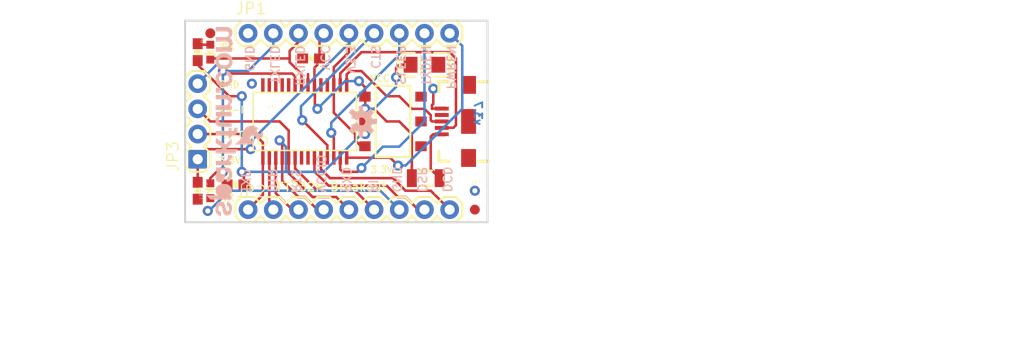
<source format=kicad_pcb>
(kicad_pcb (version 20211014) (generator pcbnew)
  (layers (0 "F.Cu" signal) (31 "B.Cu" signal) (34 "B.Paste" user) (35 "F.Paste" user) (36 "B.SilkS" user "B.Silkscreen") (37 "F.SilkS" user "F.Silkscreen") (38 "B.Mask" user) (39 "F.Mask" user) (44 "Edge.Cuts" user))
  (net 0 "")
  (net 1 "GND")
  (net 2 "USB_D-")
  (net 3 "USB_D+")
  (net 4 "VCC")
  (net 5 "TXD")
  (net 6 "RXD")
  (net 7 "RTS")
  (net 8 "CTS")
  (net 9 "DTR")
  (net 10 "DSR")
  (net 11 "DCD")
  (net 12 "RI")
  (net 13 "VCCIO")
  (net 14 "3.3V")
  (net 15 "TXLED")
  (net 16 "RXLED")
  (net 17 "PWREN")
  (net 18 "TXDEN")
  (net 19 "SLEEP")
  (net 20 "N$1")
  (net 21 "N$2")
  (net 22 "N$3")
  (footprint "boardEagle:FIDUCIAL-1X2" (layer "F.Cu") (at 162.4711 113.8936)
    (fp_text reference "JP5" hide)
    (fp_text value "FIDUCIAL1X2" hide)
    (pad "1" smd roundrect (at 0 0) (size 1 1) (layers "F.Cu" "F.Mask") (roundrect_rratio 0.5))
  )
  (footprint "boardEagle:FIDUCIAL-1X2" (layer "F.Cu") (at 135.8011 96.1136)
    (fp_text reference "JP6" hide)
    (fp_text value "FIDUCIAL1X2" hide)
    (pad "1" smd roundrect (at 0 0) (size 1 1) (layers "F.Cu" "F.Mask") (roundrect_rratio 0.5))
  )
  (footprint "boardEagle:1X09" (layer "F.Cu") (at 139.6111 96.1136)
    (fp_text reference "JP1" (at -1.3462 -1.8288) (layer "F.SilkS") (effects (font (size 1.143 1.143) (thickness 0.127)) (justify left bottom)))
    (fp_text value "")
    (pad "1" thru_hole circle (at 0 0 90) (size 1.8796 1.8796) (drill 1.016) (layers *.Cu *.Mask) (net 1 "GND"))
    (pad "2" thru_hole circle (at 2.54 0 90) (size 1.8796 1.8796) (drill 1.016) (layers *.Cu *.Mask) (net 15 "TXLED"))
    (pad "3" thru_hole circle (at 5.08 0 90) (size 1.8796 1.8796) (drill 1.016) (layers *.Cu *.Mask) (net 16 "RXLED"))
    (pad "4" thru_hole circle (at 7.62 0 90) (size 1.8796 1.8796) (drill 1.016) (layers *.Cu *.Mask) (net 4 "VCC"))
    (pad "5" thru_hole circle (at 10.16 0 90) (size 1.8796 1.8796) (drill 1.016) (layers *.Cu *.Mask) (net 14 "3.3V"))
    (pad "6" thru_hole circle (at 12.7 0 90) (size 1.8796 1.8796) (drill 1.016) (layers *.Cu *.Mask) (net 8 "CTS"))
    (pad "7" thru_hole circle (at 15.24 0 90) (size 1.8796 1.8796) (drill 1.016) (layers *.Cu *.Mask) (net 19 "SLEEP"))
    (pad "8" thru_hole circle (at 17.78 0 90) (size 1.8796 1.8796) (drill 1.016) (layers *.Cu *.Mask) (net 18 "TXDEN"))
    (pad "9" thru_hole circle (at 20.32 0 90) (size 1.8796 1.8796) (drill 1.016) (layers *.Cu *.Mask) (net 17 "PWREN"))
  )
  (footprint "boardEagle:0603-CAP" (layer "F.Cu") (at 134.5311 111.9886 -90)
    (fp_text reference "C1" (at -0.889 -0.762 90) (layer "F.SilkS") (effects (font (size 0.376489 0.376489) (thickness 0.029911)) (justify right)))
    (fp_text value "0.1uF")
    (pad "1" smd rect (at -0.85 0 270) (size 1.1 1) (layers "F.Cu" "F.Paste" "F.Mask") (net 14 "3.3V"))
    (pad "2" smd rect (at 0.85 0 270) (size 1.1 1) (layers "F.Cu" "F.Paste" "F.Mask") (net 1 "GND"))
  )
  (footprint "boardEagle:REVISION" (layer "F.Cu") (at 145.9611 127.8636)
    (fp_text reference "U$1" hide)
    (fp_text value "REVISION" hide)
  )
  (footprint "boardEagle:1X09" (layer "F.Cu") (at 139.6111 113.8936)
    (fp_text reference "JP2" (at -1.3462 -1.8288) (layer "F.SilkS") (effects (font (size 1.1557 1.1557) (thickness 0.1143)) (justify left)))
    (fp_text value "")
    (pad "1" thru_hole circle (at 0 0 90) (size 1.8796 1.8796) (drill 1.016) (layers *.Cu *.Mask) (net 5 "TXD"))
    (pad "2" thru_hole circle (at 2.54 0 90) (size 1.8796 1.8796) (drill 1.016) (layers *.Cu *.Mask) (net 9 "DTR"))
    (pad "3" thru_hole circle (at 5.08 0 90) (size 1.8796 1.8796) (drill 1.016) (layers *.Cu *.Mask) (net 7 "RTS"))
    (pad "4" thru_hole circle (at 7.62 0 90) (size 1.8796 1.8796) (drill 1.016) (layers *.Cu *.Mask) (net 13 "VCCIO"))
    (pad "5" thru_hole circle (at 10.16 0 90) (size 1.8796 1.8796) (drill 1.016) (layers *.Cu *.Mask) (net 6 "RXD"))
    (pad "6" thru_hole circle (at 12.7 0 90) (size 1.8796 1.8796) (drill 1.016) (layers *.Cu *.Mask) (net 12 "RI"))
    (pad "7" thru_hole circle (at 15.24 0 90) (size 1.8796 1.8796) (drill 1.016) (layers *.Cu *.Mask) (net 1 "GND"))
    (pad "8" thru_hole circle (at 17.78 0 90) (size 1.8796 1.8796) (drill 1.016) (layers *.Cu *.Mask) (net 10 "DSR"))
    (pad "9" thru_hole circle (at 20.32 0 90) (size 1.8796 1.8796) (drill 1.016) (layers *.Cu *.Mask) (net 11 "DCD"))
  )
  (footprint "boardEagle:USB-B-MICRO-SMD_V03" (layer "F.Cu") (at 161.8361 105.0036 180)
    (fp_text reference "JP7" (at -1.27 -5.969 180) (layer "F.SilkS") (effects (font (size 0.373888 0.373888) (thickness 0.032512)) (justify right top)))
    (fp_text value "USB_MICROB_PLUGCONN-11752")
    (fp_poly (pts (xy -0.75 1.25) (xy 0.75 1.25) (xy 0.75 -1.25) (xy -0.75 -1.25)) (layer "F.Cu") (width 0) (fill solid))
    (fp_poly (pts (xy -0.75 -2.784) (xy 0.75 -2.784) (xy 0.75 -4.584) (xy -0.75 -4.584)) (layer "F.Cu") (width 0) (fill solid))
    (fp_poly (pts (xy -0.75 4.584) (xy 0.75 4.584) (xy 0.75 2.784) (xy -0.75 2.784)) (layer "F.Cu") (width 0) (fill solid))
    (pad "" np_thru_hole circle (at 2.2 1.9 180) (size 0.85 0.85) (drill 0.85) (layers *.Cu *.Mask))
    (pad "" np_thru_hole circle (at 2.2 -1.9 180) (size 0.85 0.85) (drill 0.85) (layers *.Cu *.Mask))
    (pad "D+1" smd rect (at 2.7 0 270) (size 0.4 1.4) (layers "F.Cu" "F.Paste" "F.Mask") (net 3 "USB_D+"))
    (pad "D-1" smd rect (at 2.7 -0.65 270) (size 0.4 1.4) (layers "F.Cu" "F.Paste" "F.Mask") (net 2 "USB_D-"))
    (pad "GND1" smd rect (at 2.7 1.3 270) (size 0.4 1.4) (layers "F.Cu" "F.Paste" "F.Mask") (net 1 "GND"))
    (pad "ID1" smd rect (at 2.7 0.65 270) (size 0.4 1.4) (layers "F.Cu" "F.Paste" "F.Mask"))
    (pad "VBUS1" smd rect (at 2.7 -1.3 270) (size 0.4 1.4) (layers "F.Cu" "F.Paste" "F.Mask") (net 22 "N$3"))
  )
  (footprint "boardEagle:0603-RES" (layer "F.Cu") (at 138.3411 111.3536)
    (fp_text reference "R1" (at -0.889 -0.762) (layer "F.SilkS") (effects (font (size 0.373888 0.373888) (thickness 0.032512)) (justify left bottom)))
    (fp_text value "330")
    (pad "1" smd rect (at -0.85 0) (size 1.1 1) (layers "F.Cu" "F.Paste" "F.Mask") (net 20 "N$1"))
    (pad "2" smd rect (at 0.85 0) (size 1.1 1) (layers "F.Cu" "F.Paste" "F.Mask") (net 13 "VCCIO"))
  )
  (footprint "boardEagle:PTC-1206" (layer "F.Cu") (at 157.5181 110.7186 180)
    (fp_text reference "F1" (at -1.524 -1.27 180) (layer "F.SilkS") (effects (font (size 0.373888 0.373888) (thickness 0.032512)) (justify right top)))
    (fp_text value "500mA")
    (pad "1" smd rect (at -1.4 0 180) (size 1 1.8) (layers "F.Cu" "F.Paste" "F.Mask") (net 22 "N$3"))
    (pad "2" smd rect (at 1.4 0 180) (size 1 1.8) (layers "F.Cu" "F.Paste" "F.Mask") (net 4 "VCC"))
  )
  (footprint "boardEagle:AYZ0202" (layer "F.Cu") (at 154.2161 105.0036 90)
    (fp_text reference "S1" (at -2.54 -1.143 90) (layer "F.SilkS") (effects (font (size 0.373888 0.373888) (thickness 0.032512)) (justify left bottom)))
    (fp_text value "")
    (pad "" np_thru_hole circle (at 1.5 0 90) (size 0.85 0.85) (drill 0.85) (layers *.Cu *.Mask))
    (pad "" np_thru_hole circle (at -1.5 0 90) (size 0.85 0.85) (drill 0.85) (layers *.Cu *.Mask))
    (pad "1" smd rect (at -2.5 -2.825 90) (size 1 1.15) (layers "F.Cu" "F.Paste" "F.Mask") (net 14 "3.3V"))
    (pad "2" smd rect (at 0 -2.825 90) (size 1 1.15) (layers "F.Cu" "F.Paste" "F.Mask") (net 13 "VCCIO"))
    (pad "3" smd rect (at 2.5 -2.825 90) (size 1 1.15) (layers "F.Cu" "F.Paste" "F.Mask") (net 4 "VCC"))
    (pad "4" smd rect (at -2.5 2.825 90) (size 1 1.15) (layers "F.Cu" "F.Paste" "F.Mask"))
    (pad "5" smd rect (at 0 2.825 90) (size 1 1.15) (layers "F.Cu" "F.Paste" "F.Mask"))
    (pad "6" smd rect (at 2.5 2.825 90) (size 1 1.15) (layers "F.Cu" "F.Paste" "F.Mask"))
  )
  (footprint "boardEagle:EIA3216" (layer "F.Cu") (at 157.3911 99.2886 180)
    (fp_text reference "C5" (at -2.54 -1.381) (layer "F.SilkS") (effects (font (size 0.376489 0.376489) (thickness 0.029911)) (justify right)))
    (fp_text value "10uF")
    (pad "A" smd rect (at 1.4 0 270) (size 1.6 1.4) (layers "F.Cu" "F.Paste" "F.Mask") (net 4 "VCC"))
    (pad "C" smd rect (at -1.4 0 270) (size 1.6 1.4) (layers "F.Cu" "F.Paste" "F.Mask") (net 1 "GND"))
  )
  (footprint "boardEagle:LED-0603" (layer "F.Cu") (at 135.8011 98.0186 180)
    (fp_text reference "LED2" (at -0.6985 0.889 270) (layer "F.SilkS") (effects (font (size 0.373888 0.373888) (thickness 0.032512)) (justify right top)))
    (fp_text value "Green")
    (pad "A" smd rect (at 0 0.75 180) (size 0.8 0.8) (layers "F.Cu" "F.Paste" "F.Mask") (net 21 "N$2"))
    (pad "C" smd rect (at 0 -0.75 180) (size 0.8 0.8) (layers "F.Cu" "F.Paste" "F.Mask") (net 16 "RXLED"))
  )
  (footprint "boardEagle:LED-0603" (layer "F.Cu") (at 135.8011 111.9886)
    (fp_text reference "LED1" (at -0.6985 0.889 90) (layer "F.SilkS") (effects (font (size 0.373888 0.373888) (thickness 0.032512)) (justify left bottom)))
    (fp_text value "Red")
    (pad "A" smd rect (at 0 0.75) (size 0.8 0.8) (layers "F.Cu" "F.Paste" "F.Mask") (net 20 "N$1"))
    (pad "C" smd rect (at 0 -0.75) (size 0.8 0.8) (layers "F.Cu" "F.Paste" "F.Mask") (net 15 "TXLED"))
  )
  (footprint "boardEagle:0603-RES" (layer "F.Cu") (at 134.5311 98.0186 -90)
    (fp_text reference "R2" (at -0.889 -0.762 -90) (layer "F.SilkS") (effects (font (size 0.373888 0.373888) (thickness 0.032512)) (justify left bottom)))
    (fp_text value "330")
    (pad "1" smd rect (at -0.85 0 270) (size 1.1 1) (layers "F.Cu" "F.Paste" "F.Mask") (net 21 "N$2"))
    (pad "2" smd rect (at 0.85 0 270) (size 1.1 1) (layers "F.Cu" "F.Paste" "F.Mask") (net 13 "VCCIO"))
  )
  (footprint "boardEagle:0603-CAP" (layer "F.Cu") (at 145.9611 98.6536 180)
    (fp_text reference "C2" (at -0.889 -0.762) (layer "F.SilkS") (effects (font (size 0.376489 0.376489) (thickness 0.029911)) (justify right)))
    (fp_text value "0.1uF")
    (pad "1" smd rect (at -0.85 0 180) (size 1.1 1) (layers "F.Cu" "F.Paste" "F.Mask") (net 4 "VCC"))
    (pad "2" smd rect (at 0.85 0 180) (size 1.1 1) (layers "F.Cu" "F.Paste" "F.Mask") (net 1 "GND"))
  )
  (footprint "boardEagle:SSOP28DB" (layer "F.Cu") (at 145.3261 105.0036)
    (fp_text reference "U1" (at -3.81 -1.27) (layer "F.SilkS") (effects (font (size 0.373888 0.373888) (thickness 0.032512)) (justify left bottom)))
    (fp_text value "FT232R")
    (pad "1" smd rect (at -4.225 3.656) (size 0.348 1.397) (layers "F.Cu" "F.Paste" "F.Mask") (net 5 "TXD"))
    (pad "2" smd rect (at -3.575 3.656) (size 0.348 1.397) (layers "F.Cu" "F.Paste" "F.Mask") (net 9 "DTR"))
    (pad "3" smd rect (at -2.925 3.656) (size 0.348 1.397) (layers "F.Cu" "F.Paste" "F.Mask") (net 7 "RTS"))
    (pad "4" smd rect (at -2.275 3.656) (size 0.348 1.397) (layers "F.Cu" "F.Paste" "F.Mask") (net 13 "VCCIO"))
    (pad "5" smd rect (at -1.625 3.656) (size 0.348 1.397) (layers "F.Cu" "F.Paste" "F.Mask") (net 6 "RXD"))
    (pad "6" smd rect (at -0.975 3.656) (size 0.348 1.397) (layers "F.Cu" "F.Paste" "F.Mask") (net 12 "RI"))
    (pad "7" smd rect (at -0.325 3.656) (size 0.348 1.397) (layers "F.Cu" "F.Paste" "F.Mask") (net 1 "GND"))
    (pad "8" smd rect (at 0.325 3.656) (size 0.348 1.397) (layers "F.Cu" "F.Paste" "F.Mask"))
    (pad "9" smd rect (at 0.975 3.656) (size 0.348 1.397) (layers "F.Cu" "F.Paste" "F.Mask") (net 10 "DSR"))
    (pad "10" smd rect (at 1.625 3.656) (size 0.348 1.397) (layers "F.Cu" "F.Paste" "F.Mask") (net 11 "DCD"))
    (pad "11" smd rect (at 2.275 3.656) (size 0.348 1.397) (layers "F.Cu" "F.Paste" "F.Mask") (net 8 "CTS"))
    (pad "12" smd rect (at 2.925 3.656) (size 0.348 1.397) (layers "F.Cu" "F.Paste" "F.Mask") (net 19 "SLEEP"))
    (pad "13" smd rect (at 3.575 3.656) (size 0.348 1.397) (layers "F.Cu" "F.Paste" "F.Mask") (net 18 "TXDEN"))
    (pad "14" smd rect (at 4.225 3.656) (size 0.348 1.397) (layers "F.Cu" "F.Paste" "F.Mask") (net 17 "PWREN"))
    (pad "15" smd rect (at 4.225 -3.656) (size 0.348 1.397) (layers "F.Cu" "F.Paste" "F.Mask") (net 3 "USB_D+"))
    (pad "16" smd rect (at 3.575 -3.656) (size 0.348 1.397) (layers "F.Cu" "F.Paste" "F.Mask") (net 2 "USB_D-"))
    (pad "17" smd rect (at 2.925 -3.656) (size 0.348 1.397) (layers "F.Cu" "F.Paste" "F.Mask") (net 14 "3.3V"))
    (pad "18" smd rect (at 2.275 -3.656) (size 0.348 1.397) (layers "F.Cu" "F.Paste" "F.Mask") (net 1 "GND"))
    (pad "19" smd rect (at 1.625 -3.656) (size 0.348 1.397) (layers "F.Cu" "F.Paste" "F.Mask"))
    (pad "20" smd rect (at 0.975 -3.656) (size 0.348 1.397) (layers "F.Cu" "F.Paste" "F.Mask") (net 4 "VCC"))
    (pad "21" smd rect (at 0.325 -3.656) (size 0.348 1.397) (layers "F.Cu" "F.Paste" "F.Mask") (net 1 "GND"))
    (pad "22" smd rect (at -0.325 -3.656) (size 0.348 1.397) (layers "F.Cu" "F.Paste" "F.Mask") (net 16 "RXLED"))
    (pad "23" smd rect (at -0.975 -3.656) (size 0.348 1.397) (layers "F.Cu" "F.Paste" "F.Mask") (net 15 "TXLED"))
    (pad "24" smd rect (at -1.625 -3.656) (size 0.348 1.397) (layers "F.Cu" "F.Paste" "F.Mask"))
    (pad "25" smd rect (at -2.275 -3.656) (size 0.348 1.397) (layers "F.Cu" "F.Paste" "F.Mask") (net 1 "GND"))
    (pad "26" smd rect (at -2.925 -3.656) (size 0.348 1.397) (layers "F.Cu" "F.Paste" "F.Mask") (net 1 "GND"))
    (pad "27" smd rect (at -3.575 -3.656) (size 0.348 1.397) (layers "F.Cu" "F.Paste" "F.Mask"))
    (pad "28" smd rect (at -4.225 -3.656) (size 0.348 1.397) (layers "F.Cu" "F.Paste" "F.Mask"))
  )
  (footprint "boardEagle:CREATIVE_COMMONS" (layer "F.Cu") (at 134.922156 125.3236)
    (fp_text reference "FRAME1" hide)
    (fp_text value "FRAME-LETTER" hide)
  )
  (footprint "boardEagle:1X04" (layer "F.Cu") (at 134.5311 108.8136 90)
    (fp_text reference "JP3" (at -1.3462 -1.8288 90) (layer "F.SilkS") (effects (font (size 1.143 1.143) (thickness 0.127)) (justify left bottom)))
    (fp_text value "")
    (pad "1" thru_hole rect (at 0 0 180) (size 1.8796 1.8796) (drill 1.016) (layers *.Cu *.Mask) (net 14 "3.3V"))
    (pad "2" thru_hole circle (at 2.54 0 180) (size 1.8796 1.8796) (drill 1.016) (layers *.Cu *.Mask) (net 5 "TXD"))
    (pad "3" thru_hole circle (at 5.08 0 180) (size 1.8796 1.8796) (drill 1.016) (layers *.Cu *.Mask) (net 6 "RXD"))
    (pad "4" thru_hole circle (at 7.62 0 180) (size 1.8796 1.8796) (drill 1.016) (layers *.Cu *.Mask) (net 1 "GND"))
  )
  (footprint "boardEagle:SFE-NEW-WEBLOGO" (layer "B.Cu") (at 135.4201 114.5286 90)
    (fp_text reference "U$2" hide)
    (fp_text value "LOGO-SFENEW" hide)
  )
  (footprint "boardEagle:OSHW-LOGO-S" (layer "B.Cu") (at 151.0411 105.0036 90)
    (fp_text reference "LOGO1" hide)
    (fp_text value "OSHW-LOGOS" hide)
  )
  (gr_line (start 163.7411 115.1636) (end 133.2611 115.1636) (layer "Edge.Cuts") (width 0.2032))
  (gr_line (start 133.2611 115.1636) (end 133.2611 94.8436) (layer "Edge.Cuts") (width 0.2032))
  (gr_line (start 133.2611 94.8436) (end 163.7411 94.8436) (layer "Edge.Cuts") (width 0.2032))
  (gr_line (start 163.7411 94.8436) (end 163.7411 115.1636) (layer "Edge.Cuts") (width 0.2032))
  (gr_text "v3.7" (at 163.2331 102.8446 -90) (layer "B.Cu") (effects (font (size 0.762 0.762) (thickness 0.254)) (justify right top mirror)))
  (gr_text "GND" (at 154.0891 112.2426 -90) (layer "B.SilkS") (effects (font (size 0.8636 0.8636) (thickness 0.1524)) (justify left bottom mirror)))
  (gr_text "DTR" (at 141.5161 112.2426 -90) (layer "B.SilkS") (effects (font (size 0.8636 0.8636) (thickness 0.1524)) (justify left bottom mirror)))
  (gr_text "RTS" (at 143.9291 112.2426 -90) (layer "B.SilkS") (effects (font (size 0.8636 0.8636) (thickness 0.1524)) (justify left bottom mirror)))
  (gr_text "GND" (at 140.2461 97.2566 -90) (layer "B.SilkS") (effects (font (size 0.8636 0.8636) (thickness 0.1524)) (justify right top mirror)))
  (gr_text "SLEEP" (at 155.4861 97.2566 -90) (layer "B.SilkS") (effects (font (size 0.8636 0.8636) (thickness 0.1524)) (justify right top mirror)))
  (gr_text "TXD" (at 138.8491 112.2426 -90) (layer "B.SilkS") (effects (font (size 0.8636 0.8636) (thickness 0.1524)) (justify left bottom mirror)))
  (gr_text "DCD" (at 159.1691 112.2426 -90) (layer "B.SilkS") (effects (font (size 0.8636 0.8636) (thickness 0.1524)) (justify left bottom mirror)))
  (gr_text "RXD" (at 149.0091 112.2426 -90) (layer "B.SilkS") (effects (font (size 0.8636 0.8636) (thickness 0.1524)) (justify left bottom mirror)))
  (gr_text "CTS" (at 152.9461 97.2566 -90) (layer "B.SilkS") (effects (font (size 0.8636 0.8636) (thickness 0.1524)) (justify right top mirror)))
  (gr_text "TXLED" (at 142.7861 97.2566 -90) (layer "B.SilkS") (effects (font (size 0.8636 0.8636) (thickness 0.1524)) (justify right top mirror)))
  (gr_text "PWREN" (at 160.5661 97.2566 -90) (layer "B.SilkS") (effects (font (size 0.8636 0.8636) (thickness 0.1524)) (justify right top mirror)))
  (gr_text "RXLED" (at 145.3261 97.2566 -90) (layer "B.SilkS") (effects (font (size 0.8636 0.8636) (thickness 0.1524)) (justify right top mirror)))
  (gr_text "VCCIO" (at 146.4691 112.2426 -90) (layer "B.SilkS") (effects (font (size 0.8636 0.8636) (thickness 0.1524)) (justify left bottom mirror)))
  (gr_text "DSR" (at 156.6291 112.2426 -90) (layer "B.SilkS") (effects (font (size 0.8636 0.8636) (thickness 0.1524)) (justify left bottom mirror)))
  (gr_text "VCC" (at 147.8661 97.2566 -90) (layer "B.SilkS") (effects (font (size 0.8636 0.8636) (thickness 0.1524)) (justify right top mirror)))
  (gr_text "TXDEN" (at 158.0261 97.2566 -90) (layer "B.SilkS") (effects (font (size 0.8636 0.8636) (thickness 0.1524)) (justify right top mirror)))
  (gr_text "RI" (at 151.6761 112.2426 -90) (layer "B.SilkS") (effects (font (size 0.8636 0.8636) (thickness 0.1524)) (justify left bottom mirror)))
  (gr_text "V3.3" (at 150.4061 97.2566 -90) (layer "B.SilkS") (effects (font (size 0.8636 0.8636) (thickness 0.1524)) (justify right top mirror)))
  (gr_text "GND" (at 136.5631 101.7016) (layer "F.SilkS") (effects (font (size 0.69088 0.69088) (thickness 0.12192)) (justify left bottom)))
  (gr_text "3.3V" (at 136.5631 109.3216) (layer "F.SilkS") (effects (font (size 0.69088 0.69088) (thickness 0.12192)) (justify left bottom)))
  (gr_text "RX" (at 136.8171 97.8916) (layer "F.SilkS") (effects (font (size 0.69088 0.69088) (thickness 0.12192)) (justify left bottom)))
  (gr_text "3.3V" (at 151.8666 110.2741) (layer "F.SilkS") (effects (font (size 0.69088 0.69088) (thickness 0.12192)) (justify left bottom)))
  (gr_text "FT232R Breakout" (at 142.4051 112.1156) (layer "F.SilkS") (effects (font (size 0.8636 0.8636) (thickness 0.1524)) (justify left bottom)))
  (gr_text "TX-O" (at 136.5631 106.7816) (layer "F.SilkS") (effects (font (size 0.69088 0.69088) (thickness 0.12192)) (justify left bottom)))
  (gr_text "TX" (at 136.9441 113.1316) (layer "F.SilkS") (effects (font (size 0.69088 0.69088) (thickness 0.12192)) (justify left bottom)))
  (gr_text "VCC" (at 151.8666 101.0666) (layer "F.SilkS") (effects (font (size 0.69088 0.69088) (thickness 0.12192)) (justify left bottom)))
  (gr_text "RX-I" (at 136.5631 104.2416) (layer "F.SilkS") (effects (font (size 0.69088 0.69088) (thickness 0.12192)) (justify left bottom)))
  (segment (start 158.1831 103.7036) (end 158.1531 103.7336) (width 0.254) (layer "F.Cu") (net 1))
  (segment (start 158.1531 103.3526) (end 158.2801 103.2256) (width 0.254) (layer "F.Cu") (net 1))
  (segment (start 158.2801 103.2256) (end 158.2801 101.7016) (width 0.254) (layer "F.Cu") (net 1))
  (segment (start 145.6511 101.3476) (end 145.6511 100.2336) (width 0.254) (layer "F.Cu") (net 1))
  (segment (start 159.1361 103.7036) (end 158.1831 103.7036) (width 0.254) (layer "F.Cu") (net 1))
  (segment (start 158.1531 103.7336) (end 158.1531 103.3526) (width 0.254) (layer "F.Cu") (net 1))
  (via (at 135.5471 114.0206) (size 1.016) (drill 0.508) (layers "F.Cu" "B.Cu") (net 1))
  (via (at 158.2801 101.7016) (size 1.016) (drill 0.508) (layers "F.Cu" "B.Cu") (net 1))
  (via (at 139.9921 101.1936) (size 1.016) (drill 0.508) (layers "F.Cu" "B.Cu") (net 1))
  (via (at 162.4711 111.9886) (size 1.016) (drill 0.508) (layers "F.Cu" "B.Cu") (net 1))
  (segment (start 135.1661 100.5586) (end 136.4361 99.2886) (width 0.254) (layer "B.Cu") (net 1))
  (segment (start 134.5311 101.1936) (end 135.1661 101.1936) (width 0.254) (layer "B.Cu") (net 1))
  (segment (start 135.1661 101.1936) (end 135.1661 100.5586) (width 0.254) (layer "B.Cu") (net 1))
  (segment (start 137.7061 111.9886) (end 135.6741 114.0206) (width 0.254) (layer "B.Cu") (net 1))
  (segment (start 137.7061 111.9886) (end 152.9461 111.9886) (width 0.254) (layer "B.Cu") (net 1))
  (segment (start 135.5471 114.0206) (end 135.6741 114.0206) (width 0.254) (layer "B.Cu") (net 1))
  (segment (start 152.9461 111.9886) (end 154.8511 113.8936) (width 0.254) (layer "B.Cu") (net 1))
  (segment (start 160.5661 105.3846) (end 160.3121 105.6386) (width 0.254) (layer "F.Cu") (net 2))
  (segment (start 151.0411 98.0186) (end 159.9311 98.0186) (width 0.254) (layer "F.Cu") (net 2))
  (segment (start 160.3121 105.6386) (end 159.1511 105.6386) (width 0.254) (layer "F.Cu") (net 2))
  (segment (start 160.5661 98.6536) (end 159.9311 98.0186) (width 0.254) (layer "F.Cu") (net 2))
  (segment (start 160.5661 105.3846) (end 160.5661 98.6536) (width 0.254) (layer "F.Cu") (net 2))
  (segment (start 148.9011 101.3476) (end 148.9011 100.1586) (width 0.254) (layer "F.Cu") (net 2))
  (segment (start 148.9011 100.1586) (end 151.0411 98.0186) (width 0.254) (layer "F.Cu") (net 2))
  (segment (start 159.1511 105.6386) (end 159.1361 105.6536) (width 0.254) (layer "F.Cu") (net 2))
  (segment (start 157.3911 103.7336) (end 158.0261 104.3686) (width 0.254) (layer "F.Cu") (net 3))
  (segment (start 156.1211 103.7336) (end 154.8511 102.4636) (width 0.254) (layer "F.Cu") (net 3))
  (segment (start 158.1531 105.0036) (end 159.1361 105.0036) (width 0.254) (layer "F.Cu") (net 3))
  (segment (start 153.5811 102.4636) (end 151.0411 99.9236) (width 0.254) (layer "F.Cu") (net 3))
  (segment (start 158.0261 104.3686) (end 158.0261 104.8766) (width 0.254) (layer "F.Cu") (net 3))
  (segment (start 149.5511 100.2706) (end 149.8981 99.9236) (width 0.254) (layer "F.Cu") (net 3))
  (segment (start 157.3911 103.7336) (end 156.1211 103.7336) (width 0.254) (layer "F.Cu") (net 3))
  (segment (start 158.0261 104.8766) (end 158.1531 105.0036) (width 0.254) (layer "F.Cu") (net 3))
  (segment (start 149.5511 101.3476) (end 149.5511 100.2706) (width 0.254) (layer "F.Cu") (net 3))
  (segment (start 154.8511 102.4636) (end 153.5811 102.4636) (width 0.254) (layer "F.Cu") (net 3))
  (segment (start 149.8981 99.9236) (end 151.0411 99.9236) (width 0.254) (layer "F.Cu") (net 3))
  (segment (start 151.4221 102.5346) (end 151.3911 102.5036) (width 0.254) (layer "F.Cu") (net 4))
  (segment (start 154.8511 99.2886) (end 155.9911 99.2886) (width 0.254) (layer "F.Cu") (net 4))
  (segment (start 151.3911 101.5436) (end 150.7871 100.9396) (width 0.254) (layer "F.Cu") (net 4))
  (segment (start 154.8511 99.2886) (end 154.5336 99.6061) (width 0.254) (layer "F.Cu") (net 4))
  (segment (start 156.1181 106.2706) (end 154.8511 105.0036) (width 0.254) (layer "F.Cu") (net 4))
  (segment (start 146.5961 98.8686) (end 146.8111 98.6536) (width 0.254) (layer "F.Cu") (net 4))
  (segment (start 154.8511 105.0036) (end 153.5811 105.0036) (width 0.254) (layer "F.Cu") (net 4))
  (segment (start 156.1181 110.7186) (end 156.1211 110.7186) (width 0.254) (layer "F.Cu") (net 4))
  (segment (start 156.1181 110.7186) (end 156.1181 106.2706) (width 0.254) (layer "F.Cu") (net 4))
  (segment (start 146.8111 98.6536) (end 146.8111 96.5336) (width 0.254) (layer "F.Cu") (net 4))
  (segment (start 146.3421 103.4796) (end 146.5961 103.7336) (width 0.254) (layer "F.Cu") (net 4))
  (segment (start 146.5961 99.2886) (end 146.5961 98.8686) (width 0.254) (layer "F.Cu") (net 4))
  (segment (start 146.3421 101.3886) (end 146.3011 101.3476) (width 0.254) (layer "F.Cu") (net 4))
  (segment (start 151.4221 103.7336) (end 152.3111 103.7336) (width 0.254) (layer "F.Cu") (net 4))
  (segment (start 152.3111 103.7336) (end 153.5811 105.0036) (width 0.254) (layer "F.Cu") (net 4))
  (segment (start 151.3911 102.5036) (end 151.3911 101.5436) (width 0.254) (layer "F.Cu") (net 4))
  (segment (start 151.4221 103.7336) (end 151.4221 102.5346) (width 0.254) (layer "F.Cu") (net 4))
  (segment (start 154.5336 99.6061) (end 154.5336 100.5586) (width 0.254) (layer "F.Cu") (net 4))
  (segment (start 146.3011 99.5836) (end 146.5961 99.2886) (width 0.254) (layer "F.Cu") (net 4))
  (segment (start 146.3421 101.3886) (end 146.3421 103.4796) (width 0.254) (layer "F.Cu") (net 4))
  (segment (start 146.3011 101.3476) (end 146.3011 99.5836) (width 0.254) (layer "F.Cu") (net 4))
  (segment (start 146.8111 96.5336) (end 147.2311 96.1136) (width 0.254) (layer "F.Cu") (net 4))
  (via (at 146.5961 103.7336) (size 1.016) (drill 0.508) (layers "F.Cu" "B.Cu") (net 4))
  (via (at 150.7871 100.9396) (size 1.016) (drill 0.508) (layers "F.Cu" "B.Cu") (net 4))
  (via (at 154.5336 100.5586) (size 1.016) (drill 0.508) (layers "F.Cu" "B.Cu") (net 4))
  (via (at 151.4221 103.7336) (size 1.016) (drill 0.508) (layers "F.Cu" "B.Cu") (net 4))
  (segment (start 150.7871 100.9396) (end 149.3901 100.9396) (width 0.254) (layer "B.Cu") (net 4))
  (segment (start 154.5336 101.5111) (end 152.3111 103.7336) (width 0.254) (layer "B.Cu") (net 4))
  (segment (start 154.5336 101.5111) (end 154.5336 100.5586) (width 0.254) (layer "B.Cu") (net 4))
  (segment (start 149.3901 100.9396) (end 146.5961 103.7336) (width 0.254) (layer "B.Cu") (net 4))
  (segment (start 152.3111 103.7336) (end 151.4221 103.7336) (width 0.254) (layer "B.Cu") (net 4))
  (segment (start 141.1011 112.4036) (end 141.1011 108.6596) (width 0.254) (layer "F.Cu") (net 5))
  (segment (start 139.6111 113.8936) (end 141.1011 112.4036) (width 0.254) (layer "F.Cu") (net 5))
  (segment (start 141.1011 108.6596) (end 141.1011 107.1286) (width 0.254) (layer "F.Cu") (net 5))
  (segment (start 140.2461 106.2736) (end 134.5311 106.2736) (width 0.254) (layer "F.Cu") (net 5))
  (segment (start 141.1011 107.1286) (end 140.2461 106.2736) (width 0.254) (layer "F.Cu") (net 5))
  (segment (start 143.7011 108.6596) (end 143.7011 110.2106) (width 0.254) (layer "F.Cu") (net 6))
  (segment (start 148.5011 112.6236) (end 146.1141 112.6236) (width 0.254) (layer "F.Cu") (net 6))
  (segment (start 143.7011 108.6596) (end 143.7011 105.9186) (width 0.254) (layer "F.Cu") (net 6))
  (segment (start 146.1141 112.6236) (end 143.7011 110.2106) (width 0.254) (layer "F.Cu") (net 6))
  (segment (start 142.7861 105.0036) (end 135.8011 105.0036) (width 0.254) (layer "F.Cu") (net 6))
  (segment (start 143.7011 105.9186) (end 142.7861 105.0036) (width 0.254) (layer "F.Cu") (net 6))
  (segment (start 148.5011 112.6236) (end 149.7711 113.8936) (width 0.254) (layer "F.Cu") (net 6))
  (segment (start 135.8011 105.0036) (end 134.5311 103.7336) (width 0.254) (layer "F.Cu") (net 6))
  (segment (start 144.0561 113.8936) (end 144.6911 113.8936) (width 0.254) (layer "F.Cu") (net 7))
  (segment (start 142.4011 108.6596) (end 142.4011 112.2386) (width 0.254) (layer "F.Cu") (net 7))
  (segment (start 142.4011 112.2386) (end 144.0561 113.8936) (width 0.254) (layer "F.Cu") (net 7))
  (segment (start 147.6011 108.6596) (end 147.6011 107.4056) (width 0.254) (layer "F.Cu") (net 8))
  (segment (start 147.6011 107.4056) (end 145.0721 104.8766) (width 0.254) (layer "F.Cu") (net 8))
  (via (at 145.0721 104.8766) (size 1.016) (drill 0.508) (layers "F.Cu" "B.Cu") (net 8))
  (segment (start 144.9451 104.7496) (end 145.0721 104.8766) (width 0.254) (layer "B.Cu") (net 8))
  (segment (start 152.3111 96.1136) (end 144.9451 103.4796) (width 0.254) (layer "B.Cu") (net 8))
  (segment (start 144.9451 103.4796) (end 144.9451 104.7496) (width 0.254) (layer "B.Cu") (net 8))
  (segment (start 141.7511 108.6596) (end 141.7511 113.4936) (width 0.254) (layer "F.Cu") (net 9))
  (segment (start 141.7511 113.4936) (end 142.1511 113.8936) (width 0.254) (layer "F.Cu") (net 9))
  (segment (start 155.4861 112.6236) (end 154.7241 112.6236) (width 0.254) (layer "F.Cu") (net 10))
  (segment (start 157.3911 113.8936) (end 156.7561 113.8936) (width 0.254) (layer "F.Cu") (net 10))
  (segment (start 146.3011 108.6596) (end 146.3011 110.0426) (width 0.254) (layer "F.Cu") (net 10))
  (segment (start 156.7561 113.8936) (end 155.4861 112.6236) (width 0.254) (layer "F.Cu") (net 10))
  (segment (start 147.7391 111.4806) (end 153.5811 111.4806) (width 0.254) (layer "F.Cu") (net 10))
  (segment (start 146.3011 110.0426) (end 147.7391 111.4806) (width 0.254) (layer "F.Cu") (net 10))
  (segment (start 154.7241 112.6236) (end 153.5811 111.4806) (width 0.254) (layer "F.Cu") (net 10))
  (segment (start 147.8661 110.7186) (end 154.2161 110.7186) (width 0.254) (layer "F.Cu") (net 11))
  (segment (start 155.4861 111.9886) (end 158.0261 111.9886) (width 0.254) (layer "F.Cu") (net 11))
  (segment (start 159.9311 113.8936) (end 158.0261 111.9886) (width 0.254) (layer "F.Cu") (net 11))
  (segment (start 154.2161 110.7186) (end 155.4861 111.9886) (width 0.254) (layer "F.Cu") (net 11))
  (segment (start 146.9511 109.8036) (end 147.8661 110.7186) (width 0.254) (layer "F.Cu") (net 11))
  (segment (start 146.9511 108.6596) (end 146.9511 109.8036) (width 0.254) (layer "F.Cu") (net 11))
  (segment (start 150.4061 111.9886) (end 152.3111 113.8936) (width 0.254) (layer "F.Cu") (net 12))
  (segment (start 152.3111 113.8936) (end 152.3111 113.7666) (width 0.254) (layer "F.Cu") (net 12))
  (segment (start 144.3511 109.7436) (end 146.5961 111.9886) (width 0.254) (layer "F.Cu") (net 12))
  (segment (start 144.3511 108.6596) (end 144.3511 109.7436) (width 0.254) (layer "F.Cu") (net 12))
  (segment (start 146.5961 111.9886) (end 150.4061 111.9886) (width 0.254) (layer "F.Cu") (net 12))
  (segment (start 143.0511 110.9836) (end 144.6911 112.6236) (width 0.254) (layer "F.Cu") (net 13))
  (segment (start 151.3911 106.2426) (end 151.4221 106.2736) (width 0.254) (layer "F.Cu") (net 13))
  (segment (start 143.0511 108.6596) (end 143.0511 107.1736) (width 0.254) (layer "F.Cu") (net 13))
  (segment (start 146.5961 113.8936) (end 147.2311 113.8936) (width 0.254) (layer "F.Cu") (net 13))
  (segment (start 134.5311 99.2886) (end 137.7061 102.4636) (width 0.254) (layer "F.Cu") (net 13))
  (segment (start 151.3911 105.0036) (end 151.3911 106.2426) (width 0.254) (layer "F.Cu") (net 13))
  (segment (start 139.1911 110.0836) (end 139.1911 111.3536) (width 0.254) (layer "F.Cu") (net 13))
  (segment (start 143.0511 108.6596) (end 143.0511 110.9836) (width 0.254) (layer "F.Cu") (net 13))
  (segment (start 144.6911 112.6236) (end 145.3261 112.6236) (width 0.254) (layer "F.Cu") (net 13))
  (segment (start 134.5311 98.8686) (end 134.5311 99.2886) (width 0.254) (layer "F.Cu") (net 13))
  (segment (start 145.3261 112.6236) (end 146.5961 113.8936) (width 0.254) (layer "F.Cu") (net 13))
  (segment (start 143.0511 107.1736) (end 142.7861 106.9086) (width 0.254) (layer "F.Cu") (net 13))
  (segment (start 138.9761 110.0836) (end 139.1911 110.0836) (width 0.254) (layer "F.Cu") (net 13))
  (segment (start 137.7061 102.4636) (end 138.9761 102.4636) (width 0.254) (layer "F.Cu") (net 13))
  (via (at 138.9761 110.0836) (size 1.016) (drill 0.508) (layers "F.Cu" "B.Cu") (net 13))
  (via (at 142.7861 106.9086) (size 1.016) (drill 0.508) (layers "F.Cu" "B.Cu") (net 13))
  (via (at 138.9761 102.4636) (size 1.016) (drill 0.508) (layers "F.Cu" "B.Cu") (net 13))
  (via (at 151.4221 106.2736) (size 1.016) (drill 0.508) (layers "F.Cu" "B.Cu") (net 13))
  (segment (start 143.4211 107.5436) (end 142.7861 106.9086) (width 0.254) (layer "B.Cu") (net 13))
  (segment (start 151.0411 106.2736) (end 151.4221 106.2736) (width 0.254) (layer "B.Cu") (net 13))
  (segment (start 138.9761 102.4636) (end 138.9761 110.0836) (width 0.254) (layer "B.Cu") (net 13))
  (segment (start 147.2311 110.0836) (end 143.4211 110.0836) (width 0.254) (layer "B.Cu") (net 13))
  (segment (start 147.2311 110.0836) (end 151.0411 106.2736) (width 0.254) (layer "B.Cu") (net 13))
  (segment (start 143.4211 110.0836) (end 138.9761 110.0836) (width 0.254) (layer "B.Cu") (net 13))
  (segment (start 143.4211 110.0836) (end 143.4211 107.5436) (width 0.254) (layer "B.Cu") (net 13))
  (segment (start 148.2511 101.3476) (end 148.2511 104.1186) (width 0.254) (layer "F.Cu") (net 14))
  (segment (start 151.3511 107.5436) (end 151.3911 107.5036) (width 0.254) (layer "F.Cu") (net 14))
  (segment (start 139.8651 107.7976) (end 135.5471 107.7976) (width 0.254) (layer "F.Cu") (net 14))
  (segment (start 150.4061 106.9086) (end 151.0411 107.5436) (width 0.254) (layer "F.Cu") (net 14))
  (segment (start 148.2511 99.5386) (end 148.2511 101.3476) (width 0.254) (layer "F.Cu") (net 14))
  (segment (start 135.5471 107.7976) (end 134.5311 108.8136) (width 0.254) (layer "F.Cu") (net 14))
  (segment (start 149.7711 98.0186) (end 149.7711 96.1136) (width 0.254) (layer "F.Cu") (net 14))
  (segment (start 134.5311 108.8136) (end 134.5311 111.1386) (width 0.254) (layer "F.Cu") (net 14))
  (segment (start 149.7711 98.0186) (end 148.2511 99.5386) (width 0.254) (layer "F.Cu") (net 14))
  (segment (start 151.0411 107.5436) (end 151.3511 107.5436) (width 0.254) (layer "F.Cu") (net 14))
  (segment (start 150.4061 106.2736) (end 150.4061 106.9086) (width 0.254) (layer "F.Cu") (net 14))
  (segment (start 134.6581 108.6866) (end 134.5311 108.8136) (width 0.254) (layer "F.Cu") (net 14))
  (segment (start 148.2511 104.1186) (end 150.4061 106.2736) (width 0.254) (layer "F.Cu") (net 14))
  (via (at 139.8651 107.7976) (size 1.016) (drill 0.508) (layers "F.Cu" "B.Cu") (net 14))
  (segment (start 149.8346 97.3201) (end 149.5806 97.3201) (width 0.254) (layer "B.Cu") (net 14))
  (segment (start 149.8346 97.3201) (end 149.8346 96.1771) (width 0.254) (layer "B.Cu") (net 14))
  (segment (start 149.5806 97.3201) (end 139.8651 107.0356) (width 0.254) (layer "B.Cu") (net 14))
  (segment (start 139.8651 107.0356) (end 139.8651 107.7976) (width 0.254) (layer "B.Cu") (net 14))
  (segment (start 149.8346 96.1771) (end 149.7711 96.1136) (width 0.254) (layer "B.Cu") (net 14))
  (segment (start 136.4361 110.0836) (end 135.8011 110.7186) (width 0.254) (layer "F.Cu") (net 15))
  (segment (start 144.0561 100.1776) (end 137.3251 100.1776) (width 0.254) (layer "F.Cu") (net 15))
  (segment (start 137.0711 110.0836) (end 136.4361 110.0836) (width 0.254) (layer "F.Cu") (net 15))
  (segment (start 137.3251 100.1776) (end 137.0711 99.9236) (width 0.254) (layer "F.Cu") (net 15))
  (segment (start 144.3511 101.3476) (end 144.3511 100.4726) (width 0.254) (layer "F.Cu") (net 15))
  (segment (start 144.3511 100.4726) (end 144.0561 100.1776) (width 0.254) (layer "F.Cu") (net 15))
  (segment (start 135.8011 110.7186) (end 135.8011 111.2386) (width 0.254) (layer "F.Cu") (net 15))
  (via (at 137.0711 99.9236) (size 1.016) (drill 0.508) (layers "F.Cu" "B.Cu") (net 15))
  (via (at 137.0711 110.0836) (size 1.016) (drill 0.508) (layers "F.Cu" "B.Cu") (net 15))
  (segment (start 137.0711 99.9236) (end 139.6111 99.9236) (width 0.254) (layer "B.Cu") (net 15))
  (segment (start 139.6111 99.9236) (end 142.1511 97.3836) (width 0.254) (layer "B.Cu") (net 15))
  (segment (start 142.1511 97.3836) (end 142.1511 96.1136) (width 0.254) (layer "B.Cu") (net 15))
  (segment (start 137.0711 99.9236) (end 137.0711 110.0836) (width 0.254) (layer "B.Cu") (net 15))
  (segment (start 143.8021 98.6536) (end 143.8021 99.0346) (width 0.254) (layer "F.Cu") (net 16))
  (segment (start 143.8021 97.8916) (end 143.8021 98.6536) (width 0.254) (layer "F.Cu") (net 16))
  (segment (start 135.9161 98.6536) (end 135.8011 98.7686) (width 0.254) (layer "F.Cu") (net 16))
  (segment (start 143.8021 99.0346) (end 145.0011 100.2336) (width 0.254) (layer "F.Cu") (net 16))
  (segment (start 144.6911 96.1136) (end 144.6911 97.0026) (width 0.254) (layer "F.Cu") (net 16))
  (segment (start 145.0011 101.3476) (end 145.0011 100.2336) (width 0.254) (layer "F.Cu") (net 16))
  (segment (start 144.6911 97.0026) (end 143.8021 97.8916) (width 0.254) (layer "F.Cu") (net 16))
  (segment (start 143.8021 98.6536) (end 135.9161 98.6536) (width 0.254) (layer "F.Cu") (net 16))
  (segment (start 149.5511 108.6596) (end 153.9351 108.6596) (width 0.254) (layer "F.Cu") (net 17))
  (segment (start 153.9351 108.6596) (end 154.7241 109.4486) (width 0.254) (layer "F.Cu") (net 17))
  (via (at 154.7241 109.4486) (size 1.016) (drill 0.508) (layers "F.Cu" "B.Cu") (net 17))
  (segment (start 155.4861 109.4486) (end 154.7241 109.4486) (width 0.254) (layer "B.Cu") (net 17))
  (segment (start 161.2011 97.3836) (end 159.9311 96.1136) (width 0.254) (layer "B.Cu") (net 17))
  (segment (start 161.2011 103.7336) (end 161.2011 97.3836) (width 0.254) (layer "B.Cu") (net 17))
  (segment (start 161.2011 103.7336) (end 155.4861 109.4486) (width 0.254) (layer "B.Cu") (net 17))
  (segment (start 148.9011 108.6596) (end 148.9011 109.8486) (width 0.254) (layer "F.Cu") (net 18))
  (segment (start 148.9011 109.8486) (end 149.1361 110.0836) (width 0.254) (layer "F.Cu") (net 18))
  (segment (start 150.6601 110.0836) (end 151.0411 109.7026) (width 0.254) (layer "F.Cu") (net 18))
  (segment (start 149.1361 110.0836) (end 150.6601 110.0836) (width 0.254) (layer "F.Cu") (net 18))
  (via (at 151.0411 109.7026) (size 1.016) (drill 0.508) (layers "F.Cu" "B.Cu") (net 18))
  (segment (start 157.3911 96.1136) (end 157.3911 105.0036) (width 0.254) (layer "B.Cu") (net 18))
  (segment (start 153.2001 107.5436) (end 151.0411 109.7026) (width 0.254) (layer "B.Cu") (net 18))
  (segment (start 154.8511 107.5436) (end 153.2001 107.5436) (width 0.254) (layer "B.Cu") (net 18))
  (segment (start 157.3911 105.0036) (end 154.8511 107.5436) (width 0.254) (layer "B.Cu") (net 18))
  (segment (start 148.2511 108.6596) (end 148.2511 106.4046) (width 0.254) (layer "F.Cu") (net 19))
  (segment (start 148.2511 106.4046) (end 147.9931 106.1466) (width 0.254) (layer "F.Cu") (net 19))
  (via (at 147.9931 106.1466) (size 1.016) (drill 0.508) (layers "F.Cu" "B.Cu") (net 19))
  (segment (start 147.9931 105.1306) (end 147.9931 106.1466) (width 0.254) (layer "B.Cu") (net 19))
  (segment (start 154.8511 96.1136) (end 154.8511 98.6536) (width 0.254) (layer "B.Cu") (net 19))
  (segment (start 154.4701 98.6536) (end 147.9931 105.1306) (width 0.254) (layer "B.Cu") (net 19))
  (segment (start 154.8511 98.6536) (end 154.4701 98.6536) (width 0.254) (layer "B.Cu") (net 19))
  (segment (start 137.4521 111.3926) (end 137.4911 111.3536) (width 0.254) (layer "F.Cu") (net 20))
  (segment (start 137.4521 111.9886) (end 137.4521 111.3926) (width 0.254) (layer "F.Cu") (net 20))
  (segment (start 136.7021 112.7386) (end 137.4521 111.9886) (width 0.254) (layer "F.Cu") (net 20))
  (segment (start 135.8011 112.7386) (end 136.7021 112.7386) (width 0.254) (layer "F.Cu") (net 20))
  (segment (start 135.8011 97.2686) (end 134.6311 97.2686) (width 0.254) (layer "F.Cu") (net 21))
  (segment (start 134.6311 97.2686) (end 134.5311 97.1686) (width 0.254) (layer "F.Cu") (net 21))
  (segment (start 135.8011 97.2686) (end 135.9011 97.2686) (width 0.254) (layer "F.Cu") (net 21))
  (segment (start 158.2501 106.3036) (end 158.0261 106.5276) (width 0.254) (layer "F.Cu") (net 22))
  (segment (start 159.1361 106.3036) (end 158.2501 106.3036) (width 0.254) (layer "F.Cu") (net 22))
  (segment (start 158.0261 106.5276) (end 158.0261 109.8266) (width 0.254) (layer "F.Cu") (net 22))
  (segment (start 158.0261 109.8266) (end 158.9181 110.7186) (width 0.254) (layer "F.Cu") (net 22))
)
</source>
